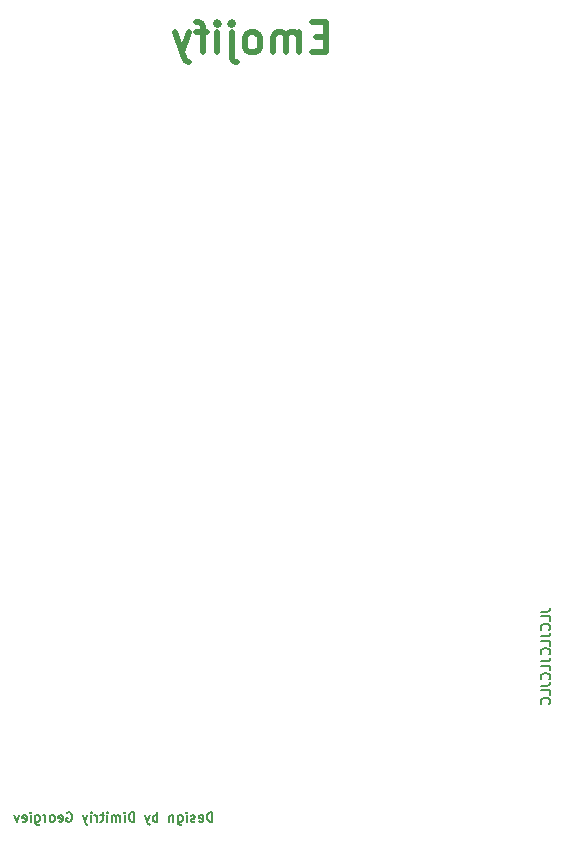
<source format=gbr>
%TF.GenerationSoftware,KiCad,Pcbnew,(5.1.8)-1*%
%TF.CreationDate,2020-11-13T01:10:14+01:00*%
%TF.ProjectId,Emoji_Badge_StuCo,456d6f6a-695f-4426-9164-67655f537475,v01*%
%TF.SameCoordinates,Original*%
%TF.FileFunction,Legend,Bot*%
%TF.FilePolarity,Positive*%
%FSLAX46Y46*%
G04 Gerber Fmt 4.6, Leading zero omitted, Abs format (unit mm)*
G04 Created by KiCad (PCBNEW (5.1.8)-1) date 2020-11-13 01:10:14*
%MOMM*%
%LPD*%
G01*
G04 APERTURE LIST*
%ADD10C,0.150000*%
%ADD11C,0.149860*%
%ADD12C,0.508000*%
G04 APERTURE END LIST*
D10*
X178370895Y-108196138D02*
X178951466Y-108196138D01*
X179067580Y-108157433D01*
X179144990Y-108080023D01*
X179183695Y-107963909D01*
X179183695Y-107886500D01*
X179183695Y-108970233D02*
X179183695Y-108583185D01*
X178370895Y-108583185D01*
X179106285Y-109705623D02*
X179144990Y-109666919D01*
X179183695Y-109550804D01*
X179183695Y-109473395D01*
X179144990Y-109357280D01*
X179067580Y-109279871D01*
X178990171Y-109241166D01*
X178835352Y-109202461D01*
X178719238Y-109202461D01*
X178564419Y-109241166D01*
X178487009Y-109279871D01*
X178409600Y-109357280D01*
X178370895Y-109473395D01*
X178370895Y-109550804D01*
X178409600Y-109666919D01*
X178448304Y-109705623D01*
X178370895Y-110286195D02*
X178951466Y-110286195D01*
X179067580Y-110247490D01*
X179144990Y-110170080D01*
X179183695Y-110053966D01*
X179183695Y-109976557D01*
X179183695Y-111060290D02*
X179183695Y-110673242D01*
X178370895Y-110673242D01*
X179106285Y-111795680D02*
X179144990Y-111756976D01*
X179183695Y-111640861D01*
X179183695Y-111563452D01*
X179144990Y-111447338D01*
X179067580Y-111369928D01*
X178990171Y-111331223D01*
X178835352Y-111292519D01*
X178719238Y-111292519D01*
X178564419Y-111331223D01*
X178487009Y-111369928D01*
X178409600Y-111447338D01*
X178370895Y-111563452D01*
X178370895Y-111640861D01*
X178409600Y-111756976D01*
X178448304Y-111795680D01*
X178370895Y-112376252D02*
X178951466Y-112376252D01*
X179067580Y-112337547D01*
X179144990Y-112260138D01*
X179183695Y-112144023D01*
X179183695Y-112066614D01*
X179183695Y-113150347D02*
X179183695Y-112763300D01*
X178370895Y-112763300D01*
X179106285Y-113885738D02*
X179144990Y-113847033D01*
X179183695Y-113730919D01*
X179183695Y-113653509D01*
X179144990Y-113537395D01*
X179067580Y-113459985D01*
X178990171Y-113421280D01*
X178835352Y-113382576D01*
X178719238Y-113382576D01*
X178564419Y-113421280D01*
X178487009Y-113459985D01*
X178409600Y-113537395D01*
X178370895Y-113653509D01*
X178370895Y-113730919D01*
X178409600Y-113847033D01*
X178448304Y-113885738D01*
X178370895Y-114466309D02*
X178951466Y-114466309D01*
X179067580Y-114427604D01*
X179144990Y-114350195D01*
X179183695Y-114234080D01*
X179183695Y-114156671D01*
X179183695Y-115240404D02*
X179183695Y-114853357D01*
X178370895Y-114853357D01*
X179106285Y-115975795D02*
X179144990Y-115937090D01*
X179183695Y-115820976D01*
X179183695Y-115743566D01*
X179144990Y-115627452D01*
X179067580Y-115550042D01*
X178990171Y-115511338D01*
X178835352Y-115472633D01*
X178719238Y-115472633D01*
X178564419Y-115511338D01*
X178487009Y-115550042D01*
X178409600Y-115627452D01*
X178370895Y-115743566D01*
X178370895Y-115820976D01*
X178409600Y-115937090D01*
X178448304Y-115975795D01*
D11*
X150580876Y-125970695D02*
X150580876Y-125157895D01*
X150387352Y-125157895D01*
X150271238Y-125196600D01*
X150193828Y-125274009D01*
X150155123Y-125351419D01*
X150116419Y-125506238D01*
X150116419Y-125622352D01*
X150155123Y-125777171D01*
X150193828Y-125854580D01*
X150271238Y-125931990D01*
X150387352Y-125970695D01*
X150580876Y-125970695D01*
X149458438Y-125931990D02*
X149535847Y-125970695D01*
X149690666Y-125970695D01*
X149768076Y-125931990D01*
X149806780Y-125854580D01*
X149806780Y-125544942D01*
X149768076Y-125467533D01*
X149690666Y-125428828D01*
X149535847Y-125428828D01*
X149458438Y-125467533D01*
X149419733Y-125544942D01*
X149419733Y-125622352D01*
X149806780Y-125699761D01*
X149110095Y-125931990D02*
X149032685Y-125970695D01*
X148877866Y-125970695D01*
X148800457Y-125931990D01*
X148761752Y-125854580D01*
X148761752Y-125815876D01*
X148800457Y-125738466D01*
X148877866Y-125699761D01*
X148993980Y-125699761D01*
X149071390Y-125661057D01*
X149110095Y-125583647D01*
X149110095Y-125544942D01*
X149071390Y-125467533D01*
X148993980Y-125428828D01*
X148877866Y-125428828D01*
X148800457Y-125467533D01*
X148413409Y-125970695D02*
X148413409Y-125428828D01*
X148413409Y-125157895D02*
X148452114Y-125196600D01*
X148413409Y-125235304D01*
X148374704Y-125196600D01*
X148413409Y-125157895D01*
X148413409Y-125235304D01*
X147678019Y-125428828D02*
X147678019Y-126086809D01*
X147716723Y-126164219D01*
X147755428Y-126202923D01*
X147832838Y-126241628D01*
X147948952Y-126241628D01*
X148026361Y-126202923D01*
X147678019Y-125931990D02*
X147755428Y-125970695D01*
X147910247Y-125970695D01*
X147987657Y-125931990D01*
X148026361Y-125893285D01*
X148065066Y-125815876D01*
X148065066Y-125583647D01*
X148026361Y-125506238D01*
X147987657Y-125467533D01*
X147910247Y-125428828D01*
X147755428Y-125428828D01*
X147678019Y-125467533D01*
X147290971Y-125428828D02*
X147290971Y-125970695D01*
X147290971Y-125506238D02*
X147252266Y-125467533D01*
X147174857Y-125428828D01*
X147058742Y-125428828D01*
X146981333Y-125467533D01*
X146942628Y-125544942D01*
X146942628Y-125970695D01*
X145936304Y-125970695D02*
X145936304Y-125157895D01*
X145936304Y-125467533D02*
X145858895Y-125428828D01*
X145704076Y-125428828D01*
X145626666Y-125467533D01*
X145587961Y-125506238D01*
X145549257Y-125583647D01*
X145549257Y-125815876D01*
X145587961Y-125893285D01*
X145626666Y-125931990D01*
X145704076Y-125970695D01*
X145858895Y-125970695D01*
X145936304Y-125931990D01*
X145278323Y-125428828D02*
X145084800Y-125970695D01*
X144891276Y-125428828D02*
X145084800Y-125970695D01*
X145162209Y-126164219D01*
X145200914Y-126202923D01*
X145278323Y-126241628D01*
X143962361Y-125970695D02*
X143962361Y-125157895D01*
X143768838Y-125157895D01*
X143652723Y-125196600D01*
X143575314Y-125274009D01*
X143536609Y-125351419D01*
X143497904Y-125506238D01*
X143497904Y-125622352D01*
X143536609Y-125777171D01*
X143575314Y-125854580D01*
X143652723Y-125931990D01*
X143768838Y-125970695D01*
X143962361Y-125970695D01*
X143149561Y-125970695D02*
X143149561Y-125428828D01*
X143149561Y-125157895D02*
X143188266Y-125196600D01*
X143149561Y-125235304D01*
X143110857Y-125196600D01*
X143149561Y-125157895D01*
X143149561Y-125235304D01*
X142762514Y-125970695D02*
X142762514Y-125428828D01*
X142762514Y-125506238D02*
X142723809Y-125467533D01*
X142646400Y-125428828D01*
X142530285Y-125428828D01*
X142452876Y-125467533D01*
X142414171Y-125544942D01*
X142414171Y-125970695D01*
X142414171Y-125544942D02*
X142375466Y-125467533D01*
X142298057Y-125428828D01*
X142181942Y-125428828D01*
X142104533Y-125467533D01*
X142065828Y-125544942D01*
X142065828Y-125970695D01*
X141678780Y-125970695D02*
X141678780Y-125428828D01*
X141678780Y-125157895D02*
X141717485Y-125196600D01*
X141678780Y-125235304D01*
X141640076Y-125196600D01*
X141678780Y-125157895D01*
X141678780Y-125235304D01*
X141407847Y-125428828D02*
X141098209Y-125428828D01*
X141291733Y-125157895D02*
X141291733Y-125854580D01*
X141253028Y-125931990D01*
X141175619Y-125970695D01*
X141098209Y-125970695D01*
X140827276Y-125970695D02*
X140827276Y-125428828D01*
X140827276Y-125583647D02*
X140788571Y-125506238D01*
X140749866Y-125467533D01*
X140672457Y-125428828D01*
X140595047Y-125428828D01*
X140324114Y-125970695D02*
X140324114Y-125428828D01*
X140324114Y-125157895D02*
X140362819Y-125196600D01*
X140324114Y-125235304D01*
X140285409Y-125196600D01*
X140324114Y-125157895D01*
X140324114Y-125235304D01*
X140014476Y-125428828D02*
X139820952Y-125970695D01*
X139627428Y-125428828D02*
X139820952Y-125970695D01*
X139898361Y-126164219D01*
X139937066Y-126202923D01*
X140014476Y-126241628D01*
X138272761Y-125196600D02*
X138350171Y-125157895D01*
X138466285Y-125157895D01*
X138582400Y-125196600D01*
X138659809Y-125274009D01*
X138698514Y-125351419D01*
X138737219Y-125506238D01*
X138737219Y-125622352D01*
X138698514Y-125777171D01*
X138659809Y-125854580D01*
X138582400Y-125931990D01*
X138466285Y-125970695D01*
X138388876Y-125970695D01*
X138272761Y-125931990D01*
X138234057Y-125893285D01*
X138234057Y-125622352D01*
X138388876Y-125622352D01*
X137576076Y-125931990D02*
X137653485Y-125970695D01*
X137808304Y-125970695D01*
X137885714Y-125931990D01*
X137924419Y-125854580D01*
X137924419Y-125544942D01*
X137885714Y-125467533D01*
X137808304Y-125428828D01*
X137653485Y-125428828D01*
X137576076Y-125467533D01*
X137537371Y-125544942D01*
X137537371Y-125622352D01*
X137924419Y-125699761D01*
X137072914Y-125970695D02*
X137150323Y-125931990D01*
X137189028Y-125893285D01*
X137227733Y-125815876D01*
X137227733Y-125583647D01*
X137189028Y-125506238D01*
X137150323Y-125467533D01*
X137072914Y-125428828D01*
X136956800Y-125428828D01*
X136879390Y-125467533D01*
X136840685Y-125506238D01*
X136801980Y-125583647D01*
X136801980Y-125815876D01*
X136840685Y-125893285D01*
X136879390Y-125931990D01*
X136956800Y-125970695D01*
X137072914Y-125970695D01*
X136453638Y-125970695D02*
X136453638Y-125428828D01*
X136453638Y-125583647D02*
X136414933Y-125506238D01*
X136376228Y-125467533D01*
X136298819Y-125428828D01*
X136221409Y-125428828D01*
X135602133Y-125428828D02*
X135602133Y-126086809D01*
X135640838Y-126164219D01*
X135679542Y-126202923D01*
X135756952Y-126241628D01*
X135873066Y-126241628D01*
X135950476Y-126202923D01*
X135602133Y-125931990D02*
X135679542Y-125970695D01*
X135834361Y-125970695D01*
X135911771Y-125931990D01*
X135950476Y-125893285D01*
X135989180Y-125815876D01*
X135989180Y-125583647D01*
X135950476Y-125506238D01*
X135911771Y-125467533D01*
X135834361Y-125428828D01*
X135679542Y-125428828D01*
X135602133Y-125467533D01*
X135215085Y-125970695D02*
X135215085Y-125428828D01*
X135215085Y-125157895D02*
X135253790Y-125196600D01*
X135215085Y-125235304D01*
X135176380Y-125196600D01*
X135215085Y-125157895D01*
X135215085Y-125235304D01*
X134518400Y-125931990D02*
X134595809Y-125970695D01*
X134750628Y-125970695D01*
X134828038Y-125931990D01*
X134866742Y-125854580D01*
X134866742Y-125544942D01*
X134828038Y-125467533D01*
X134750628Y-125428828D01*
X134595809Y-125428828D01*
X134518400Y-125467533D01*
X134479695Y-125544942D01*
X134479695Y-125622352D01*
X134866742Y-125699761D01*
X134208761Y-125428828D02*
X134015238Y-125970695D01*
X133821714Y-125428828D01*
D12*
X160213523Y-59508571D02*
X159366857Y-59508571D01*
X159004000Y-60839047D02*
X160213523Y-60839047D01*
X160213523Y-58299047D01*
X159004000Y-58299047D01*
X157915428Y-60839047D02*
X157915428Y-59145714D01*
X157915428Y-59387619D02*
X157794476Y-59266666D01*
X157552571Y-59145714D01*
X157189714Y-59145714D01*
X156947809Y-59266666D01*
X156826857Y-59508571D01*
X156826857Y-60839047D01*
X156826857Y-59508571D02*
X156705904Y-59266666D01*
X156464000Y-59145714D01*
X156101142Y-59145714D01*
X155859238Y-59266666D01*
X155738285Y-59508571D01*
X155738285Y-60839047D01*
X154165904Y-60839047D02*
X154407809Y-60718095D01*
X154528761Y-60597142D01*
X154649714Y-60355238D01*
X154649714Y-59629523D01*
X154528761Y-59387619D01*
X154407809Y-59266666D01*
X154165904Y-59145714D01*
X153803047Y-59145714D01*
X153561142Y-59266666D01*
X153440190Y-59387619D01*
X153319238Y-59629523D01*
X153319238Y-60355238D01*
X153440190Y-60597142D01*
X153561142Y-60718095D01*
X153803047Y-60839047D01*
X154165904Y-60839047D01*
X152230666Y-59145714D02*
X152230666Y-61322857D01*
X152351619Y-61564761D01*
X152593523Y-61685714D01*
X152714476Y-61685714D01*
X152230666Y-58299047D02*
X152351619Y-58420000D01*
X152230666Y-58540952D01*
X152109714Y-58420000D01*
X152230666Y-58299047D01*
X152230666Y-58540952D01*
X151021142Y-60839047D02*
X151021142Y-59145714D01*
X151021142Y-58299047D02*
X151142095Y-58420000D01*
X151021142Y-58540952D01*
X150900190Y-58420000D01*
X151021142Y-58299047D01*
X151021142Y-58540952D01*
X150174476Y-59145714D02*
X149206857Y-59145714D01*
X149811619Y-60839047D02*
X149811619Y-58661904D01*
X149690666Y-58420000D01*
X149448761Y-58299047D01*
X149206857Y-58299047D01*
X148602095Y-59145714D02*
X147997333Y-60839047D01*
X147392571Y-59145714D02*
X147997333Y-60839047D01*
X148239238Y-61443809D01*
X148360190Y-61564761D01*
X148602095Y-61685714D01*
M02*

</source>
